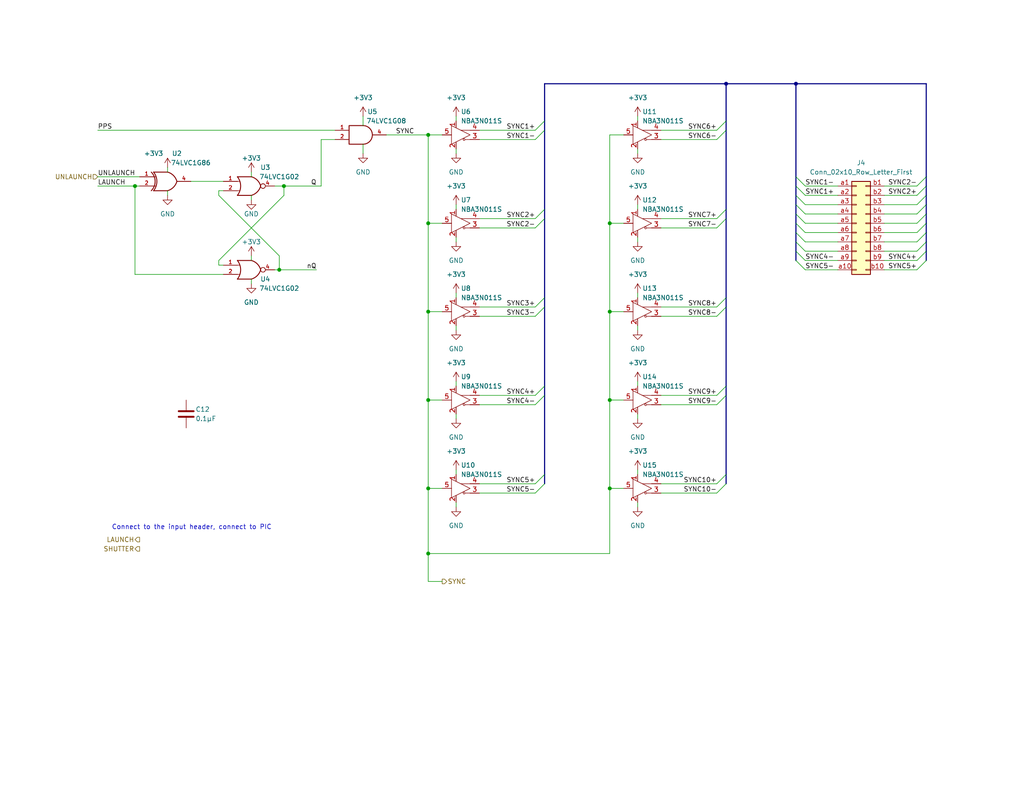
<source format=kicad_sch>
(kicad_sch (version 20211123) (generator eeschema)
  (paper "USLetter")
  (title_block (title "FOXSI-4 Plenum Board") (rev "1") (company "University of Minnesota") (comment 1 "Author: Thanasi Pantazides, panta013@umn.edu"))
  (lib_symbols
    (symbol "74xGxx:74LVC1G02" (pin_names (offset 1.016))
      (property "Reference" "U" (at -2.54 3.81 0))
      (property "Value" "74LVC1G02" (at 0 -3.81 0))
      (symbol "74LVC1G02_0_1"
        (arc (start -3.81 -2.54) (mid -2.919 0) (end -3.81 2.54) (stroke (width 0.254)))
        (arc (start 0 -2.54) (mid 1.601 -1.601) (end 2.54 0) (stroke (width 0.254)))
        (polyline (pts (xy -3.81 -1.27) (xy -3.175 -1.27)))
        (polyline (pts (xy -3.81 1.27) (xy -3.175 1.27)))
        (polyline (pts (xy 0 -2.54) (xy -3.81 -2.54)) (stroke (width 0.254)) (fill (type background)))
        (polyline (pts (xy 0 2.54) (xy -3.81 2.54)) (stroke (width 0.254)) (fill (type background)))
        (arc (start 2.54 0) (mid 1.6136 1.6136) (end 0 2.54) (stroke (width 0.254)))
      )
      (symbol "74LVC1G02_1_1"
        (pin input line (at -7.62 1.27 0) (length 3.81) (name "~") (number "1"))
        (pin input line (at -7.62 -1.27 0) (length 3.81) (name "~") (number "2"))
        (pin power_in line (at 0 -2.54 270) (length 0) hide (name "GND") (number "3"))
        (pin output inverted (at 6.35 0 180) (length 3.81) (name "~") (number "4"))
        (pin power_in line (at 0 2.54 90) (length 0) hide (name "VCC") (number "5"))
      )
    )
    (symbol "74xGxx:74LVC1G08" (pin_names (offset 1.016))
      (property "Reference" "U" (at -2.54 3.81 0))
      (property "Value" "74LVC1G08" (at 0 -3.81 0))
      (symbol "74LVC1G08_0_1"
        (arc (start 0 -2.54) (mid 2.54 0) (end 0 2.54) (stroke (width 0.254)))
        (polyline (pts (xy 0 -2.54) (xy -3.81 -2.54) (xy -3.81 2.54) (xy 0 2.54)) (stroke (width 0.254)))
      )
      (symbol "74LVC1G08_1_1"
        (pin input line (at -7.62 1.27 0) (length 3.81) (name "~") (number "1"))
        (pin input line (at -7.62 -1.27 0) (length 3.81) (name "~") (number "2"))
        (pin power_in line (at 0 -2.54 270) (length 0) hide (name "GND") (number "3"))
        (pin output line (at 6.35 0 180) (length 3.81) (name "~") (number "4"))
        (pin power_in line (at 0 2.54 90) (length 0) hide (name "VCC") (number "5"))
      )
    )
    (symbol "74xGxx:74LVC1G86" (pin_names (offset 1.016))
      (property "Reference" "U" (at -2.54 3.81 0))
      (property "Value" "74LVC1G86" (at 0 -3.81 0))
      (symbol "74LVC1G86_0_1"
        (arc (start -4.445 -2.54) (mid -3.3929 0) (end -4.445 2.54) (stroke (width 0.254)))
        (arc (start -3.81 -2.54) (mid -2.919 0) (end -3.81 2.54) (stroke (width 0.254)))
        (arc (start 0 -2.54) (mid 1.601 -1.601) (end 2.54 0) (stroke (width 0.254)))
        (polyline (pts (xy -3.81 -1.27) (xy -3.175 -1.27)))
        (polyline (pts (xy -3.81 1.27) (xy -3.175 1.27)))
        (polyline (pts (xy 0 -2.54) (xy -3.81 -2.54)) (stroke (width 0.254)) (fill (type background)))
        (polyline (pts (xy 0 2.54) (xy -3.81 2.54)) (stroke (width 0.254)) (fill (type background)))
        (arc (start 2.54 0) (mid 1.6136 1.6136) (end 0 2.54) (stroke (width 0.254)))
      )
      (symbol "74LVC1G86_1_1"
        (pin input line (at -7.62 1.27 0) (length 3.81) (name "~") (number "1"))
        (pin input line (at -7.62 -1.27 0) (length 3.81) (name "~") (number "2"))
        (pin power_in line (at 0 -2.54 270) (length 0) hide (name "GND") (number "3"))
        (pin output line (at 6.35 0 180) (length 3.81) (name "~") (number "4"))
        (pin power_in line (at 0 2.54 90) (length 0) hide (name "VCC") (number "5"))
      )
    )
    (symbol "Connector_Generic:Conn_02x10_Row_Letter_First" (pin_names (offset 1.016) hide)
      (property "Reference" "J" (at 1.27 12.7 0))
      (property "Value" "Conn_02x10_Row_Letter_First" (at 1.27 -15.24 0))
      (symbol "Conn_02x10_Row_Letter_First_1_1"
        (rectangle (start -1.27 -12.573) (end 0 -12.827) (stroke (width 0.1524)))
        (rectangle (start -1.27 -10.033) (end 0 -10.287) (stroke (width 0.1524)))
        (rectangle (start -1.27 -7.493) (end 0 -7.747) (stroke (width 0.1524)))
        (rectangle (start -1.27 -4.953) (end 0 -5.207) (stroke (width 0.1524)))
        (rectangle (start -1.27 -2.413) (end 0 -2.667) (stroke (width 0.1524)))
        (rectangle (start -1.27 0.127) (end 0 -0.127) (stroke (width 0.1524)))
        (rectangle (start -1.27 2.667) (end 0 2.413) (stroke (width 0.1524)))
        (rectangle (start -1.27 5.207) (end 0 4.953) (stroke (width 0.1524)))
        (rectangle (start -1.27 7.747) (end 0 7.493) (stroke (width 0.1524)))
        (rectangle (start -1.27 10.287) (end 0 10.033) (stroke (width 0.1524)))
        (rectangle (start -1.27 11.43) (end 3.81 -13.97) (stroke (width 0.254)) (fill (type background)))
        (rectangle (start 3.81 -12.573) (end 2.54 -12.827) (stroke (width 0.1524)))
        (rectangle (start 3.81 -10.033) (end 2.54 -10.287) (stroke (width 0.1524)))
        (rectangle (start 3.81 -7.493) (end 2.54 -7.747) (stroke (width 0.1524)))
        (rectangle (start 3.81 -4.953) (end 2.54 -5.207) (stroke (width 0.1524)))
        (rectangle (start 3.81 -2.413) (end 2.54 -2.667) (stroke (width 0.1524)))
        (rectangle (start 3.81 0.127) (end 2.54 -0.127) (stroke (width 0.1524)))
        (rectangle (start 3.81 2.667) (end 2.54 2.413) (stroke (width 0.1524)))
        (rectangle (start 3.81 5.207) (end 2.54 4.953) (stroke (width 0.1524)))
        (rectangle (start 3.81 7.747) (end 2.54 7.493) (stroke (width 0.1524)))
        (rectangle (start 3.81 10.287) (end 2.54 10.033) (stroke (width 0.1524)))
        (pin passive line (at -5.08 10.16 0) (length 3.81) (name "Pin_a1") (number "a1"))
        (pin passive line (at -5.08 -12.7 0) (length 3.81) (name "Pin_a10") (number "a10"))
        (pin passive line (at -5.08 7.62 0) (length 3.81) (name "Pin_a2") (number "a2"))
        (pin passive line (at -5.08 5.08 0) (length 3.81) (name "Pin_a3") (number "a3"))
        (pin passive line (at -5.08 2.54 0) (length 3.81) (name "Pin_a4") (number "a4"))
        (pin passive line (at -5.08 0 0) (length 3.81) (name "Pin_a5") (number "a5"))
        (pin passive line (at -5.08 -2.54 0) (length 3.81) (name "Pin_a6") (number "a6"))
        (pin passive line (at -5.08 -5.08 0) (length 3.81) (name "Pin_a7") (number "a7"))
        (pin passive line (at -5.08 -7.62 0) (length 3.81) (name "Pin_a8") (number "a8"))
        (pin passive line (at -5.08 -10.16 0) (length 3.81) (name "Pin_a9") (number "a9"))
        (pin passive line (at 7.62 10.16 180) (length 3.81) (name "Pin_b1") (number "b1"))
        (pin passive line (at 7.62 -12.7 180) (length 3.81) (name "Pin_b10") (number "b10"))
        (pin passive line (at 7.62 7.62 180) (length 3.81) (name "Pin_b2") (number "b2"))
        (pin passive line (at 7.62 5.08 180) (length 3.81) (name "Pin_b3") (number "b3"))
        (pin passive line (at 7.62 2.54 180) (length 3.81) (name "Pin_b4") (number "b4"))
        (pin passive line (at 7.62 0 180) (length 3.81) (name "Pin_b5") (number "b5"))
        (pin passive line (at 7.62 -2.54 180) (length 3.81) (name "Pin_b6") (number "b6"))
        (pin passive line (at 7.62 -5.08 180) (length 3.81) (name "Pin_b7") (number "b7"))
        (pin passive line (at 7.62 -7.62 180) (length 3.81) (name "Pin_b8") (number "b8"))
        (pin passive line (at 7.62 -10.16 180) (length 3.81) (name "Pin_b9") (number "b9"))
      )
    )
    (symbol "Device:C" (pin_numbers hide) (pin_names (offset 0.254))
      (property "Reference" "C" (at 0.635 2.54 0))
      (property "Value" "C" (at 0.635 -2.54 0))
      (symbol "C_0_1"
        (polyline (pts (xy -2.032 -0.762) (xy 2.032 -0.762)) (stroke (width 0.508)))
        (polyline (pts (xy -2.032 0.762) (xy 2.032 0.762)) (stroke (width 0.508)))
      )
      (symbol "C_1_1"
        (pin passive line (at 0 3.81 270) (length 2.794) (name "~") (number "1"))
        (pin passive line (at 0 -3.81 90) (length 2.794) (name "~") (number "2"))
      )
    )
    (symbol "Interface_LineDriver:NBA3N011S"
      (property "Reference" "U" (at 0 3.81 0))
      (property "Value" "NBA3N011S" (at 5.08 1.27 0))
      (symbol "NBA3N011S_0_1"
        (polyline (pts (xy 0 -2.54) (xy 2.54 -2.54)))
        (polyline (pts (xy 1.27 -5.08) (xy 2.54 -5.08)))
        (polyline (pts (xy -2.54 -1.27) (xy -2.54 -6.35) (xy 2.54 -3.81) (xy -2.54 -1.27)))
        (circle (center 0.889 -5.08) (radius 0.254))
      )
      (symbol "NBA3N011S_1_1"
        (pin power_in line (at -1.27 0 270) (length 1.8) (name "") (number "1"))
        (pin passive line (at -1.27 -7.62 90) (length 1.8) (name "") (number "2"))
        (pin input line (at 5.08 -5.08 180) (length 2.54) (name "") (number "3"))
        (pin input line (at 5.08 -2.54 180) (length 2.54) (name "") (number "4"))
        (pin input line (at -5.08 -3.81 0) (length 2.54) (name "") (number "5"))
      )
    )
    (symbol "power:+3V3" (power) (pin_names (offset 0))
      (property "Value" "+3V3" (at 0 3.556 0))
      (symbol "+3V3_0_1"
        (polyline (pts (xy -0.762 1.27) (xy 0 2.54)))
        (polyline (pts (xy 0 0) (xy 0 2.54)))
        (polyline (pts (xy 0 2.54) (xy 0.762 1.27)))
      )
      (symbol "+3V3_1_1"
        (pin power_in line (at 0 0 90) (length 0) hide (name "+3V3") (number "1"))
      )
    )
    (symbol "power:GND" (power) (pin_names (offset 0))
      (property "Value" "GND" (at 0 -3.81 0))
      (symbol "GND_0_1"
        (polyline (pts (xy 0 0) (xy 0 -1.27) (xy 1.27 -1.27) (xy 0 -2.54) (xy -1.27 -1.27) (xy 0 -1.27)))
      )
      (symbol "GND_1_1"
        (pin power_in line (at 0 0 270) (length 0) hide (name "GND") (number "1"))
      )
    )
  )
  (junction (at 166.37 60.96))
  (junction (at 217.17 22.86))
  (junction (at 76.2 73.66))
  (junction (at 77.47 50.8))
  (junction (at 166.37 109.22))
  (junction (at 116.84 109.22))
  (junction (at 198.12 22.86))
  (junction (at 36.83 50.8))
  (junction (at 166.37 133.35))
  (junction (at 116.84 60.96))
  (junction (at 116.84 85.09))
  (junction (at 116.84 151.13))
  (junction (at 166.37 85.09))
  (junction (at 116.84 36.83))
  (junction (at 116.84 133.35))
  (bus_entry (at 217.17 50.8) (size 2.54 2.54))
  (bus_entry (at 217.17 48.26) (size 2.54 2.54))
  (bus_entry (at 195.58 107.95) (size 2.54 -2.54))
  (bus_entry (at 195.58 110.49) (size 2.54 -2.54))
  (bus_entry (at 195.58 132.08) (size 2.54 -2.54))
  (bus_entry (at 195.58 134.62) (size 2.54 -2.54))
  (bus_entry (at 146.05 132.08) (size 2.54 -2.54))
  (bus_entry (at 146.05 134.62) (size 2.54 -2.54))
  (bus_entry (at 195.58 59.69) (size 2.54 -2.54))
  (bus_entry (at 195.58 62.23) (size 2.54 -2.54))
  (bus_entry (at 146.05 62.23) (size 2.54 -2.54))
  (bus_entry (at 146.05 59.69) (size 2.54 -2.54))
  (bus_entry (at 195.58 38.1) (size 2.54 -2.54))
  (bus_entry (at 195.58 35.56) (size 2.54 -2.54))
  (bus_entry (at 146.05 38.1) (size 2.54 -2.54))
  (bus_entry (at 146.05 35.56) (size 2.54 -2.54))
  (bus_entry (at 146.05 86.36) (size 2.54 -2.54))
  (bus_entry (at 146.05 83.82) (size 2.54 -2.54))
  (bus_entry (at 146.05 110.49) (size 2.54 -2.54))
  (bus_entry (at 146.05 107.95) (size 2.54 -2.54))
  (bus_entry (at 195.58 83.82) (size 2.54 -2.54))
  (bus_entry (at 195.58 86.36) (size 2.54 -2.54))
  (bus_entry (at 217.17 53.34) (size 2.54 2.54))
  (bus_entry (at 217.17 63.5) (size 2.54 2.54))
  (bus_entry (at 217.17 60.96) (size 2.54 2.54))
  (bus_entry (at 217.17 58.42) (size 2.54 2.54))
  (bus_entry (at 217.17 55.88) (size 2.54 2.54))
  (bus_entry (at 217.17 71.12) (size 2.54 2.54))
  (bus_entry (at 217.17 68.58) (size 2.54 2.54))
  (bus_entry (at 217.17 66.04) (size 2.54 2.54))
  (bus_entry (at 250.19 50.8) (size 2.54 -2.54))
  (bus_entry (at 250.19 53.34) (size 2.54 -2.54))
  (bus_entry (at 250.19 55.88) (size 2.54 -2.54))
  (bus_entry (at 250.19 58.42) (size 2.54 -2.54))
  (bus_entry (at 250.19 60.96) (size 2.54 -2.54))
  (bus_entry (at 250.19 63.5) (size 2.54 -2.54))
  (bus_entry (at 250.19 66.04) (size 2.54 -2.54))
  (bus_entry (at 250.19 68.58) (size 2.54 -2.54))
  (bus_entry (at 250.19 71.12) (size 2.54 -2.54))
  (bus_entry (at 250.19 73.66) (size 2.54 -2.54))
  (wire (pts (xy 130.81 62.23) (xy 146.05 62.23)))
  (wire (pts (xy 130.81 132.08) (xy 146.05 132.08)))
  (wire (pts (xy 26.67 35.56) (xy 91.44 35.56)))
  (wire (pts (xy 116.84 60.96) (xy 120.65 60.96)))
  (wire (pts (xy 241.3 53.34) (xy 250.19 53.34)))
  (wire (pts (xy 173.99 40.64) (xy 173.99 41.91)))
  (wire (pts (xy 173.99 137.16) (xy 173.99 138.43)))
  (wire (pts (xy 219.71 68.58) (xy 228.6 68.58)))
  (wire (pts (xy 124.46 31.75) (xy 124.46 33.02)))
  (bus (pts (xy 198.12 33.02) (xy 198.12 35.56)))
  (bus (pts (xy 148.59 107.95) (xy 148.59 105.41)))
  (wire (pts (xy 170.18 36.83) (xy 166.37 36.83)))
  (wire (pts (xy 76.2 73.66) (xy 86.36 73.66)))
  (wire (pts (xy 241.3 68.58) (xy 250.19 68.58)))
  (wire (pts (xy 116.84 158.75) (xy 120.65 158.75)))
  (wire (pts (xy 116.84 151.13) (xy 116.84 133.35)))
  (wire (pts (xy 219.71 58.42) (xy 228.6 58.42)))
  (wire (pts (xy 173.99 80.01) (xy 173.99 81.28)))
  (wire (pts (xy 173.99 64.77) (xy 173.99 66.04)))
  (bus (pts (xy 148.59 105.41) (xy 148.59 83.82)))
  (wire (pts (xy 241.3 60.96) (xy 250.19 60.96)))
  (bus (pts (xy 217.17 22.86) (xy 252.73 22.86)))
  (bus (pts (xy 217.17 22.86) (xy 217.17 48.26)))
  (bus (pts (xy 148.59 132.08) (xy 148.59 129.54)))
  (wire (pts (xy 241.3 50.8) (xy 250.19 50.8)))
  (wire (pts (xy 91.44 38.1) (xy 87.63 38.1)))
  (wire (pts (xy 173.99 104.14) (xy 173.99 105.41)))
  (wire (pts (xy 166.37 60.96) (xy 166.37 85.09)))
  (wire (pts (xy 26.67 50.8) (xy 36.83 50.8)))
  (wire (pts (xy 166.37 60.96) (xy 170.18 60.96)))
  (bus (pts (xy 198.12 57.15) (xy 198.12 59.69)))
  (bus (pts (xy 217.17 66.04) (xy 217.17 68.58)))
  (wire (pts (xy 241.3 66.04) (xy 250.19 66.04)))
  (wire (pts (xy 59.69 72.39) (xy 60.96 72.39)))
  (bus (pts (xy 252.73 53.34) (xy 252.73 55.88)))
  (wire (pts (xy 130.81 59.69) (xy 146.05 59.69)))
  (wire (pts (xy 116.84 36.83) (xy 120.65 36.83)))
  (wire (pts (xy 173.99 113.03) (xy 173.99 114.3)))
  (bus (pts (xy 148.59 35.56) (xy 148.59 33.02)))
  (bus (pts (xy 252.73 22.86) (xy 252.73 48.26)))
  (wire (pts (xy 180.34 38.1) (xy 195.58 38.1)))
  (wire (pts (xy 52.07 49.53) (xy 60.96 49.53)))
  (wire (pts (xy 130.81 86.36) (xy 146.05 86.36)))
  (bus (pts (xy 252.73 50.8) (xy 252.73 53.34)))
  (wire (pts (xy 219.71 60.96) (xy 228.6 60.96)))
  (bus (pts (xy 252.73 63.5) (xy 252.73 66.04)))
  (wire (pts (xy 116.84 60.96) (xy 116.84 85.09)))
  (wire (pts (xy 68.58 46.99) (xy 68.58 48.26)))
  (wire (pts (xy 36.83 74.93) (xy 36.83 50.8)))
  (wire (pts (xy 180.34 86.36) (xy 195.58 86.36)))
  (bus (pts (xy 148.59 33.02) (xy 148.59 22.86)))
  (bus (pts (xy 252.73 48.26) (xy 252.73 50.8)))
  (wire (pts (xy 116.84 109.22) (xy 120.65 109.22)))
  (wire (pts (xy 77.47 50.8) (xy 77.47 53.34)))
  (wire (pts (xy 26.67 48.26) (xy 38.1 48.26)))
  (wire (pts (xy 219.71 55.88) (xy 228.6 55.88)))
  (wire (pts (xy 173.99 88.9) (xy 173.99 90.17)))
  (wire (pts (xy 116.84 85.09) (xy 116.84 109.22)))
  (wire (pts (xy 116.84 85.09) (xy 120.65 85.09)))
  (bus (pts (xy 148.59 22.86) (xy 198.12 22.86)))
  (wire (pts (xy 124.46 80.01) (xy 124.46 81.28)))
  (wire (pts (xy 219.71 66.04) (xy 228.6 66.04)))
  (bus (pts (xy 252.73 55.88) (xy 252.73 58.42)))
  (wire (pts (xy 59.69 71.12) (xy 77.47 53.34)))
  (bus (pts (xy 217.17 68.58) (xy 217.17 71.12)))
  (wire (pts (xy 130.81 38.1) (xy 146.05 38.1)))
  (wire (pts (xy 180.34 134.62) (xy 195.58 134.62)))
  (wire (pts (xy 124.46 104.14) (xy 124.46 105.41)))
  (wire (pts (xy 219.71 71.12) (xy 228.6 71.12)))
  (wire (pts (xy 130.81 134.62) (xy 146.05 134.62)))
  (wire (pts (xy 124.46 40.64) (xy 124.46 41.91)))
  (wire (pts (xy 219.71 53.34) (xy 228.6 53.34)))
  (bus (pts (xy 217.17 48.26) (xy 217.17 50.8)))
  (wire (pts (xy 59.69 53.34) (xy 76.2 69.85)))
  (wire (pts (xy 116.84 133.35) (xy 120.65 133.35)))
  (wire (pts (xy 59.69 71.12) (xy 59.69 72.39)))
  (wire (pts (xy 166.37 109.22) (xy 166.37 85.09)))
  (wire (pts (xy 45.72 45.72) (xy 45.72 46.99)))
  (wire (pts (xy 116.84 109.22) (xy 116.84 133.35)))
  (wire (pts (xy 166.37 151.13) (xy 116.84 151.13)))
  (wire (pts (xy 59.69 52.07) (xy 59.69 53.34)))
  (bus (pts (xy 252.73 66.04) (xy 252.73 68.58)))
  (wire (pts (xy 68.58 76.2) (xy 68.58 77.47)))
  (wire (pts (xy 36.83 50.8) (xy 38.1 50.8)))
  (wire (pts (xy 173.99 55.88) (xy 173.99 57.15)))
  (wire (pts (xy 74.93 50.8) (xy 77.47 50.8)))
  (wire (pts (xy 68.58 69.85) (xy 68.58 71.12)))
  (wire (pts (xy 130.81 83.82) (xy 146.05 83.82)))
  (wire (pts (xy 87.63 38.1) (xy 87.63 50.8)))
  (wire (pts (xy 166.37 36.83) (xy 166.37 60.96)))
  (wire (pts (xy 166.37 133.35) (xy 166.37 109.22)))
  (wire (pts (xy 170.18 133.35) (xy 166.37 133.35)))
  (bus (pts (xy 198.12 83.82) (xy 198.12 105.41)))
  (wire (pts (xy 173.99 31.75) (xy 173.99 33.02)))
  (wire (pts (xy 36.83 74.93) (xy 60.96 74.93)))
  (wire (pts (xy 105.41 36.83) (xy 116.84 36.83)))
  (wire (pts (xy 124.46 88.9) (xy 124.46 90.17)))
  (bus (pts (xy 148.59 129.54) (xy 148.59 107.95)))
  (wire (pts (xy 180.34 59.69) (xy 195.58 59.69)))
  (bus (pts (xy 148.59 57.15) (xy 148.59 35.56)))
  (wire (pts (xy 124.46 137.16) (xy 124.46 138.43)))
  (wire (pts (xy 130.81 110.49) (xy 146.05 110.49)))
  (bus (pts (xy 198.12 107.95) (xy 198.12 129.54)))
  (bus (pts (xy 198.12 81.28) (xy 198.12 83.82)))
  (wire (pts (xy 76.2 69.85) (xy 76.2 73.66)))
  (wire (pts (xy 219.71 73.66) (xy 228.6 73.66)))
  (wire (pts (xy 241.3 73.66) (xy 250.19 73.66)))
  (bus (pts (xy 217.17 55.88) (xy 217.17 58.42)))
  (wire (pts (xy 219.71 50.8) (xy 228.6 50.8)))
  (wire (pts (xy 180.34 35.56) (xy 195.58 35.56)))
  (wire (pts (xy 99.06 39.37) (xy 99.06 41.91)))
  (bus (pts (xy 198.12 129.54) (xy 198.12 132.08)))
  (wire (pts (xy 99.06 31.75) (xy 99.06 34.29)))
  (wire (pts (xy 180.34 107.95) (xy 195.58 107.95)))
  (wire (pts (xy 180.34 83.82) (xy 195.58 83.82)))
  (bus (pts (xy 148.59 59.69) (xy 148.59 57.15)))
  (bus (pts (xy 198.12 59.69) (xy 198.12 81.28)))
  (wire (pts (xy 166.37 85.09) (xy 170.18 85.09)))
  (bus (pts (xy 217.17 50.8) (xy 217.17 53.34)))
  (bus (pts (xy 252.73 60.96) (xy 252.73 63.5)))
  (bus (pts (xy 198.12 22.86) (xy 198.12 33.02)))
  (wire (pts (xy 219.71 63.5) (xy 228.6 63.5)))
  (bus (pts (xy 217.17 60.96) (xy 217.17 63.5)))
  (bus (pts (xy 217.17 58.42) (xy 217.17 60.96)))
  (wire (pts (xy 180.34 110.49) (xy 195.58 110.49)))
  (wire (pts (xy 124.46 113.03) (xy 124.46 114.3)))
  (bus (pts (xy 198.12 22.86) (xy 217.17 22.86)))
  (wire (pts (xy 76.2 73.66) (xy 74.93 73.66)))
  (wire (pts (xy 180.34 62.23) (xy 195.58 62.23)))
  (wire (pts (xy 130.81 107.95) (xy 146.05 107.95)))
  (wire (pts (xy 124.46 55.88) (xy 124.46 57.15)))
  (wire (pts (xy 45.72 52.07) (xy 45.72 53.34)))
  (wire (pts (xy 68.58 53.34) (xy 68.58 54.61)))
  (wire (pts (xy 170.18 109.22) (xy 166.37 109.22)))
  (wire (pts (xy 241.3 55.88) (xy 250.19 55.88)))
  (bus (pts (xy 148.59 83.82) (xy 148.59 81.28)))
  (bus (pts (xy 148.59 81.28) (xy 148.59 59.69)))
  (wire (pts (xy 116.84 151.13) (xy 116.84 158.75)))
  (wire (pts (xy 124.46 64.77) (xy 124.46 66.04)))
  (wire (pts (xy 166.37 133.35) (xy 166.37 151.13)))
  (bus (pts (xy 198.12 105.41) (xy 198.12 107.95)))
  (bus (pts (xy 252.73 68.58) (xy 252.73 71.12)))
  (wire (pts (xy 241.3 58.42) (xy 250.19 58.42)))
  (bus (pts (xy 198.12 35.56) (xy 198.12 57.15)))
  (bus (pts (xy 252.73 58.42) (xy 252.73 60.96)))
  (wire (pts (xy 77.47 50.8) (xy 87.63 50.8)))
  (bus (pts (xy 217.17 63.5) (xy 217.17 66.04)))
  (wire (pts (xy 180.34 132.08) (xy 195.58 132.08)))
  (wire (pts (xy 59.69 52.07) (xy 60.96 52.07)))
  (wire (pts (xy 116.84 36.83) (xy 116.84 60.96)))
  (wire (pts (xy 241.3 71.12) (xy 250.19 71.12)))
  (wire (pts (xy 241.3 63.5) (xy 250.19 63.5)))
  (bus (pts (xy 217.17 53.34) (xy 217.17 55.88)))
  (wire (pts (xy 124.46 128.27) (xy 124.46 129.54)))
  (wire (pts (xy 130.81 35.56) (xy 146.05 35.56)))
  (wire (pts (xy 173.99 128.27) (xy 173.99 129.54)))
  (text "Connect to the input header, connect to PIC" (at 30.48 144.78 0) (effects (font (size 1.27 1.27)) (justify left bottom)))
  (label "SYNC4+" (at 146.05 107.95 180))
  (label "SYNC4-" (at 146.05 110.49 180))
  (label "SYNC3-" (at 146.05 86.36 180))
  (label "SYNC6+" (at 195.58 35.56 180))
  (label "SYNC1+" (at 146.05 35.56 180))
  (label "SYNC8+" (at 195.58 83.82 180))
  (label "SYNC4-" (at 219.71 71.12 0))
  (label "SYNC10+" (at 195.58 132.08 180))
  (label "SYNC2-" (at 146.05 62.23 180))
  (label "SYNC8-" (at 195.58 86.36 180))
  (label "SYNC2-" (at 250.19 50.8 180))
  (label "SYNC9-" (at 195.58 110.49 180))
  (label "SYNC1-" (at 219.71 50.8 0))
  (label "SYNC2+" (at 146.05 59.69 180))
  (label "LAUNCH" (at 26.67 50.8 0))
  (label "Q" (at 86.36 50.8 180))
  (label "SYNC7+" (at 195.58 59.69 180))
  (label "SYNC5-" (at 219.71 73.66 0))
  (label "SYNC10-" (at 195.58 134.62 180))
  (label "UNLAUNCH" (at 26.67 48.26 0))
  (label "nQ" (at 86.36 73.66 180))
  (label "SYNC" (at 107.95 36.83 0))
  (label "SYNC1+" (at 219.71 53.34 0))
  (label "PPS" (at 26.67 35.56 0))
  (label "SYNC1-" (at 146.05 38.1 180))
  (label "SYNC9+" (at 195.58 107.95 180))
  (label "SYNC4+" (at 250.19 71.12 180))
  (label "SYNC3+" (at 146.05 83.82 180))
  (label "SYNC5+" (at 146.05 132.08 180))
  (label "SYNC6-" (at 195.58 38.1 180))
  (label "SYNC5-" (at 146.05 134.62 180))
  (label "SYNC7-" (at 195.58 62.23 180))
  (label "SYNC5+" (at 250.19 73.66 180))
  (label "SYNC2+" (at 250.19 53.34 180))
  (hierarchical_label "SYNC" (shape output) (at 120.65 158.75 0))
  (hierarchical_label "LAUNCH" (shape output) (at 38.1 147.32 180))
  (hierarchical_label "SHUTTER" (shape output) (at 38.1 149.86 180))
  (hierarchical_label "UNLAUNCH" (shape input) (at 26.67 48.26 180))
  (symbol (lib_id "74xGxx:74LVC1G86") (at 45.72 49.53 0) (unit 1)
    (property "Reference" "U2" (at 48.26 41.91 0))
    (property "Value" "74LVC1G86" (at 52.07 44.45 0))
    (property "Datasheet" "http://www.ti.com/lit/sg/scyt129e/scyt129e.pdf" (effects hide))
  )
  (symbol (lib_id "Interface_LineDriver:NBA3N011S") (at 175.26 105.41 0) (unit 1)
    (property "Reference" "U14" (at 175.26 102.87 0) (effects (justify left)))
    (property "Value" "NBA3N011S" (at 175.26 105.41 0) (effects (justify left)))
    (property "Footprint" "Package_TO_SOT_SMD:SOT-23-5" (effects hide))
    (property "Datasheet" "https://www.onsemi.com/pdf/datasheet/nba3n011s-d.pdf" (effects hide))
    (property "Digikey" "NBA3N011SSNT1GOSCT-ND" (effects hide))
  )
  (symbol (lib_id "power:GND") (at 124.46 114.3 0) (unit 1)
    (property "Reference" "#PWR0132" (effects hide))
    (property "Value" "GND" (at 124.46 119.38 0))
  )
  (symbol (lib_id "power:GND") (at 124.46 90.17 0) (unit 1)
    (property "Reference" "#PWR0142" (effects hide))
    (property "Value" "GND" (at 124.46 95.25 0))
  )
  (symbol (lib_id "power:GND") (at 45.72 53.34 0) (unit 1)
    (property "Reference" "#PWR0135" (effects hide))
    (property "Value" "GND" (at 45.72 58.42 0))
  )
  (symbol (lib_id "Interface_LineDriver:NBA3N011S") (at 175.26 81.28 0) (unit 1)
    (property "Reference" "U13" (at 175.26 78.74 0) (effects (justify left)))
    (property "Value" "NBA3N011S" (at 175.26 81.28 0) (effects (justify left)))
    (property "Footprint" "Package_TO_SOT_SMD:SOT-23-5" (effects hide))
    (property "Datasheet" "https://www.onsemi.com/pdf/datasheet/nba3n011s-d.pdf" (effects hide))
    (property "Digikey" "NBA3N011SSNT1GOSCT-ND" (effects hide))
  )
  (symbol (lib_id "power:GND") (at 173.99 114.3 0) (unit 1)
    (property "Reference" "#PWR0131" (effects hide))
    (property "Value" "GND" (at 173.99 119.38 0))
  )
  (symbol (lib_id "Interface_LineDriver:NBA3N011S") (at 125.73 33.02 0) (unit 1)
    (property "Reference" "U6" (at 125.73 30.48 0) (effects (justify left)))
    (property "Value" "NBA3N011S" (at 125.73 33.02 0) (effects (justify left)))
    (property "Footprint" "Package_TO_SOT_SMD:SOT-23-5" (effects hide))
    (property "Datasheet" "https://www.onsemi.com/pdf/datasheet/nba3n011s-d.pdf" (effects hide))
    (property "Digikey" "NBA3N011SSNT1GOSCT-ND" (effects hide))
  )
  (symbol (lib_id "power:+3V3") (at 99.06 31.75 0) (unit 1)
    (property "Reference" "#PWR0126" (effects hide))
    (property "Value" "+3V3" (at 99.06 26.67 0))
  )
  (symbol (lib_id "power:GND") (at 124.46 41.91 0) (unit 1)
    (property "Reference" "#PWR0144" (effects hide))
    (property "Value" "GND" (at 124.46 46.99 0))
  )
  (symbol (lib_id "Interface_LineDriver:NBA3N011S") (at 125.73 105.41 0) (unit 1)
    (property "Reference" "U9" (at 125.73 102.87 0) (effects (justify left)))
    (property "Value" "NBA3N011S" (at 125.73 105.41 0) (effects (justify left)))
    (property "Footprint" "Package_TO_SOT_SMD:SOT-23-5" (effects hide))
    (property "Datasheet" "https://www.onsemi.com/pdf/datasheet/nba3n011s-d.pdf" (effects hide))
    (property "Digikey" "NBA3N011SSNT1GOSCT-ND" (effects hide))
  )
  (symbol (lib_id "power:+3V3") (at 45.72 45.72 0) (unit 1)
    (property "Reference" "#PWR0125" (effects hide))
    (property "Value" "+3V3" (at 41.91 41.91 0))
  )
  (symbol (lib_id "Interface_LineDriver:NBA3N011S") (at 125.73 81.28 0) (unit 1)
    (property "Reference" "U8" (at 125.73 78.74 0) (effects (justify left)))
    (property "Value" "NBA3N011S" (at 125.73 81.28 0) (effects (justify left)))
    (property "Footprint" "Package_TO_SOT_SMD:SOT-23-5" (effects hide))
    (property "Datasheet" "https://www.onsemi.com/pdf/datasheet/nba3n011s-d.pdf" (effects hide))
    (property "Digikey" "NBA3N011SSNT1GOSCT-ND" (effects hide))
  )
  (symbol (lib_id "power:+3V3") (at 124.46 128.27 0) (unit 1)
    (property "Reference" "#PWR0133" (effects hide))
    (property "Value" "+3V3" (at 124.46 123.19 0))
  )
  (symbol (lib_id "power:+3V3") (at 124.46 80.01 0) (unit 1)
    (property "Reference" "#PWR0139" (effects hide))
    (property "Value" "+3V3" (at 124.46 74.93 0))
  )
  (symbol (lib_id "power:GND") (at 124.46 138.43 0) (unit 1)
    (property "Reference" "#PWR0134" (effects hide))
    (property "Value" "GND" (at 124.46 143.51 0))
  )
  (symbol (lib_id "Interface_LineDriver:NBA3N011S") (at 175.26 129.54 0) (unit 1)
    (property "Reference" "U15" (at 175.26 127 0) (effects (justify left)))
    (property "Value" "NBA3N011S" (at 175.26 129.54 0) (effects (justify left)))
    (property "Footprint" "Package_TO_SOT_SMD:SOT-23-5" (effects hide))
    (property "Datasheet" "https://www.onsemi.com/pdf/datasheet/nba3n011s-d.pdf" (effects hide))
    (property "Digikey" "NBA3N011SSNT1GOSCT-ND" (effects hide))
  )
  (symbol (lib_id "74xGxx:74LVC1G08") (at 99.06 36.83 0) (unit 1)
    (property "Reference" "U5" (at 101.6 30.48 0))
    (property "Value" "74LVC1G08" (at 105.41 33.02 0))
    (property "Datasheet" "http://www.ti.com/lit/sg/scyt129e/scyt129e.pdf" (effects hide))
  )
  (symbol (lib_id "power:+3V3") (at 68.58 69.85 0) (unit 1)
    (property "Reference" "#PWR0138" (effects hide))
    (property "Value" "+3V3" (at 68.58 66.04 0))
  )
  (symbol (lib_id "power:+3V3") (at 124.46 104.14 0) (unit 1)
    (property "Reference" "#PWR0143" (effects hide))
    (property "Value" "+3V3" (at 124.46 99.06 0))
  )
  (symbol (lib_id "power:+3V3") (at 124.46 31.75 0) (unit 1)
    (property "Reference" "#PWR0127" (effects hide))
    (property "Value" "+3V3" (at 124.46 26.67 0))
  )
  (symbol (lib_id "power:+3V3") (at 68.58 46.99 0) (unit 1)
    (property "Reference" "#PWR0129" (effects hide))
    (property "Value" "+3V3" (at 68.58 43.18 0))
  )
  (symbol (lib_id "74xGxx:74LVC1G02") (at 68.58 50.8 0) (unit 1)
    (property "Reference" "U3" (at 72.39 45.72 0))
    (property "Value" "74LVC1G02" (at 76.2 48.26 0))
    (property "Footprint" "Package_TO_SOT_SMD:SOT-23-5" (effects hide))
    (property "Datasheet" "http://www.ti.com/lit/sg/scyt129e/scyt129e.pdf" (effects hide))
  )
  (symbol (lib_id "power:GND") (at 124.46 66.04 0) (unit 1)
    (property "Reference" "#PWR0140" (effects hide))
    (property "Value" "GND" (at 124.46 71.12 0))
  )
  (symbol (lib_id "power:GND") (at 99.06 41.91 0) (unit 1)
    (property "Reference" "#PWR0124" (effects hide))
    (property "Value" "GND" (at 99.06 46.99 0))
  )
  (symbol (lib_id "Interface_LineDriver:NBA3N011S") (at 175.26 33.02 0) (unit 1)
    (property "Reference" "U11" (at 175.26 30.48 0) (effects (justify left)))
    (property "Value" "NBA3N011S" (at 175.26 33.02 0) (effects (justify left)))
    (property "Footprint" "Package_TO_SOT_SMD:SOT-23-5" (effects hide))
    (property "Datasheet" "https://www.onsemi.com/pdf/datasheet/nba3n011s-d.pdf" (effects hide))
    (property "Digikey" "NBA3N011SSNT1GOSCT-ND" (effects hide))
  )
  (symbol (lib_id "Device:C") (at 50.8 113.03 0) (unit 1)
    (property "Reference" "C12" (at 53.34 111.76 0) (effects (justify left)))
    (property "Value" "0.1µF" (at 53.34 114.3 0) (effects (justify left)))
    (property "Footprint" "Capacitor_SMD:C_0402_1005Metric" (effects hide))
  )
  (symbol (lib_id "power:GND") (at 68.58 54.61 0) (unit 1)
    (property "Reference" "#PWR0136" (effects hide))
    (property "Value" "GND" (at 68.58 58.42 0))
  )
  (symbol (lib_id "Interface_LineDriver:NBA3N011S") (at 125.73 57.15 0) (unit 1)
    (property "Reference" "U7" (at 125.73 54.61 0) (effects (justify left)))
    (property "Value" "NBA3N011S" (at 125.73 57.15 0) (effects (justify left)))
    (property "Footprint" "Package_TO_SOT_SMD:SOT-23-5" (effects hide))
    (property "Datasheet" "https://www.onsemi.com/pdf/datasheet/nba3n011s-d.pdf" (effects hide))
    (property "Digikey" "NBA3N011SSNT1GOSCT-ND" (effects hide))
  )
  (symbol (lib_id "power:GND") (at 173.99 41.91 0) (unit 1)
    (property "Reference" "#PWR0147" (effects hide))
    (property "Value" "GND" (at 173.99 46.99 0))
  )
  (symbol (lib_id "power:GND") (at 68.58 77.47 0) (unit 1)
    (property "Reference" "#PWR0137" (effects hide))
    (property "Value" "GND" (at 68.58 82.55 0))
  )
  (symbol (lib_id "Connector_Generic:Conn_02x10_Row_Letter_First") (at 233.68 60.96 0) (unit 1)
    (property "Reference" "J4" (at 234.95 44.45 0))
    (property "Value" "Conn_02x10_Row_Letter_First" (at 234.95 46.99 0))
    (property "Footprint" "Connector_Harwin:Harwin_JTek-Male_2x10_P2.00mm_Horizontal" (effects hide))
  )
  (symbol (lib_id "power:GND") (at 173.99 90.17 0) (unit 1)
    (property "Reference" "#PWR0141" (effects hide))
    (property "Value" "GND" (at 173.99 95.25 0))
  )
  (symbol (lib_id "power:+3V3") (at 173.99 104.14 0) (unit 1)
    (property "Reference" "#PWR0123" (effects hide))
    (property "Value" "+3V3" (at 173.99 99.06 0))
  )
  (symbol (lib_id "power:GND") (at 173.99 138.43 0) (unit 1)
    (property "Reference" "#PWR0130" (effects hide))
    (property "Value" "GND" (at 173.99 143.51 0))
  )
  (symbol (lib_id "power:+3V3") (at 124.46 55.88 0) (unit 1)
    (property "Reference" "#PWR0128" (effects hide))
    (property "Value" "+3V3" (at 124.46 50.8 0))
  )
  (symbol (lib_id "74xGxx:74LVC1G02") (at 68.58 73.66 0) (unit 1)
    (property "Reference" "U4" (at 72.39 76.2 0))
    (property "Value" "74LVC1G02" (at 76.2 78.74 0))
    (property "Footprint" "Package_TO_SOT_SMD:SOT-23-5" (effects hide))
    (property "Datasheet" "http://www.ti.com/lit/sg/scyt129e/scyt129e.pdf" (effects hide))
  )
  (symbol (lib_id "power:+3V3") (at 173.99 31.75 0) (unit 1)
    (property "Reference" "#PWR0149" (effects hide))
    (property "Value" "+3V3" (at 173.99 26.67 0))
  )
  (symbol (lib_id "power:+3V3") (at 173.99 55.88 0) (unit 1)
    (property "Reference" "#PWR0146" (effects hide))
    (property "Value" "+3V3" (at 173.99 50.8 0))
  )
  (symbol (lib_id "Interface_LineDriver:NBA3N011S") (at 175.26 57.15 0) (unit 1)
    (property "Reference" "U12" (at 175.26 54.61 0) (effects (justify left)))
    (property "Value" "NBA3N011S" (at 175.26 57.15 0) (effects (justify left)))
    (property "Footprint" "Package_TO_SOT_SMD:SOT-23-5" (effects hide))
    (property "Datasheet" "https://www.onsemi.com/pdf/datasheet/nba3n011s-d.pdf" (effects hide))
    (property "Digikey" "NBA3N011SSNT1GOSCT-ND" (effects hide))
  )
  (symbol (lib_id "Interface_LineDriver:NBA3N011S") (at 125.73 129.54 0) (unit 1)
    (property "Reference" "U10" (at 125.73 127 0) (effects (justify left)))
    (property "Value" "NBA3N011S" (at 125.73 129.54 0) (effects (justify left)))
    (property "Footprint" "Package_TO_SOT_SMD:SOT-23-5" (effects hide))
    (property "Datasheet" "https://www.onsemi.com/pdf/datasheet/nba3n011s-d.pdf" (effects hide))
    (property "Digikey" "NBA3N011SSNT1GOSCT-ND" (effects hide))
  )
  (symbol (lib_id "power:+3V3") (at 173.99 80.01 0) (unit 1)
    (property "Reference" "#PWR0148" (effects hide))
    (property "Value" "+3V3" (at 173.99 74.93 0))
  )
  (symbol (lib_id "power:GND") (at 173.99 66.04 0) (unit 1)
    (property "Reference" "#PWR0145" (effects hide))
    (property "Value" "GND" (at 173.99 71.12 0))
  )
  (symbol (lib_id "power:+3V3") (at 173.99 128.27 0) (unit 1)
    (property "Reference" "#PWR0122" (effects hide))
    (property "Value" "+3V3" (at 173.99 123.19 0))
  )
)
</source>
